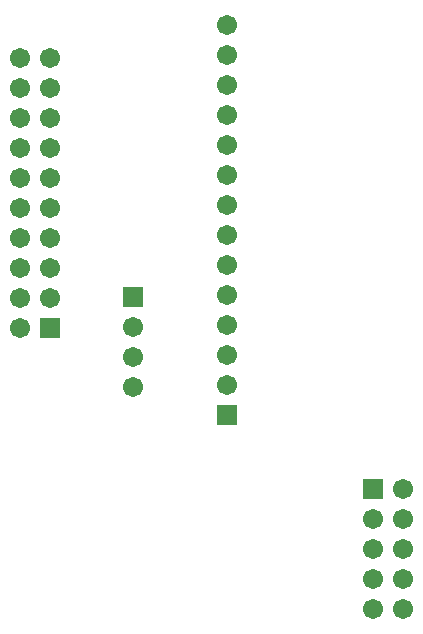
<source format=gbs>
G04*
G04 #@! TF.GenerationSoftware,Altium Limited,Altium Designer,19.0.10 (269)*
G04*
G04 Layer_Color=16711935*
%FSLAX25Y25*%
%MOIN*%
G70*
G01*
G75*
%ADD23C,0.06706*%
%ADD24R,0.06706X0.06706*%
D23*
X687500Y292000D02*
D03*
X677500D02*
D03*
X687500Y302000D02*
D03*
X677500D02*
D03*
X687500Y312000D02*
D03*
X677500D02*
D03*
X687500Y322000D02*
D03*
X677500D02*
D03*
X687500Y332000D02*
D03*
X629000Y486500D02*
D03*
Y476500D02*
D03*
Y466500D02*
D03*
Y456500D02*
D03*
Y446500D02*
D03*
Y436500D02*
D03*
Y426500D02*
D03*
Y416500D02*
D03*
Y406500D02*
D03*
Y396500D02*
D03*
Y386500D02*
D03*
Y376500D02*
D03*
Y366500D02*
D03*
X560000Y385500D02*
D03*
X570000Y395500D02*
D03*
X560000D02*
D03*
X570000Y405500D02*
D03*
X560000D02*
D03*
X570000Y415500D02*
D03*
X560000D02*
D03*
X570000Y425500D02*
D03*
X560000D02*
D03*
X570000Y435500D02*
D03*
X560000D02*
D03*
X570000Y445500D02*
D03*
X560000D02*
D03*
X570000Y455500D02*
D03*
X560000D02*
D03*
X570000Y465500D02*
D03*
X560000D02*
D03*
X570000Y475500D02*
D03*
X560000D02*
D03*
X597500Y366000D02*
D03*
Y376000D02*
D03*
Y386000D02*
D03*
D24*
X677500Y332000D02*
D03*
X629000Y356500D02*
D03*
X570000Y385500D02*
D03*
X597500Y396000D02*
D03*
M02*

</source>
